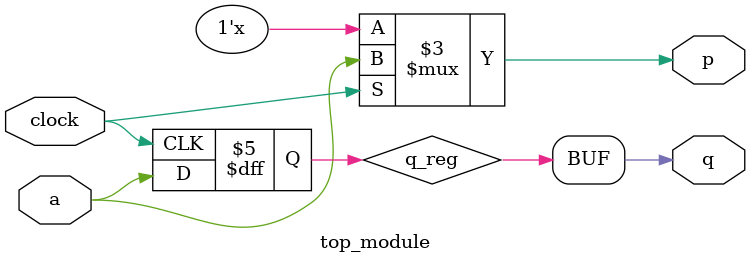
<source format=sv>
module top_module (
    input clock,
    input a,
    output reg p,
    output reg q
);

reg q_reg;

always @(negedge clock) 
begin
    q_reg <= a;
end

always @(a or clock)
begin
    if (clock)
        p <= a;
end

assign q = q_reg;

endmodule

</source>
